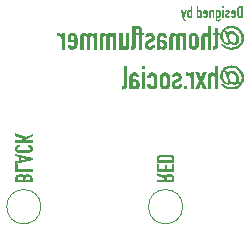
<source format=gbo>
%TF.GenerationSoftware,KiCad,Pcbnew,8.99.0-3110-g1838b2656d*%
%TF.CreationDate,2024-11-19T22:29:11+01:00*%
%TF.ProjectId,dmm_sao_front,646d6d5f-7361-46f5-9f66-726f6e742e6b,1.0*%
%TF.SameCoordinates,PX4dbaf29PY3d7cb27*%
%TF.FileFunction,Legend,Bot*%
%TF.FilePolarity,Positive*%
%FSLAX46Y46*%
G04 Gerber Fmt 4.6, Leading zero omitted, Abs format (unit mm)*
G04 Created by KiCad (PCBNEW 8.99.0-3110-g1838b2656d) date 2024-11-19 22:29:11*
%MOMM*%
%LPD*%
G01*
G04 APERTURE LIST*
%ADD10C,0.200000*%
%ADD11C,0.120000*%
G04 APERTURE END LIST*
D10*
G36*
X30527476Y-51056105D02*
G01*
X30329090Y-51056105D01*
X30265463Y-51051373D01*
X30213030Y-51038179D01*
X30169772Y-51017508D01*
X30134123Y-50989609D01*
X30106178Y-50954573D01*
X30085085Y-50910044D01*
X30071353Y-50853849D01*
X30066346Y-50783224D01*
X30066346Y-50317148D01*
X30066422Y-50316110D01*
X30209167Y-50316110D01*
X30209167Y-50798184D01*
X30212498Y-50840696D01*
X30221272Y-50871335D01*
X30234263Y-50893011D01*
X30253174Y-50908869D01*
X30280477Y-50919294D01*
X30319198Y-50923236D01*
X30384655Y-50923236D01*
X30384655Y-50192462D01*
X30319198Y-50192462D01*
X30278779Y-50196728D01*
X30251195Y-50207884D01*
X30232859Y-50224763D01*
X30215709Y-50261441D01*
X30209167Y-50316110D01*
X30066422Y-50316110D01*
X30070858Y-50255527D01*
X30083467Y-50204439D01*
X30103254Y-50162024D01*
X30129971Y-50126822D01*
X30163701Y-50098556D01*
X30204895Y-50077686D01*
X30255121Y-50064373D01*
X30316451Y-50059594D01*
X30527476Y-50059594D01*
X30527476Y-51056105D01*
G37*
G36*
X29782201Y-50340407D02*
G01*
X29819917Y-50349914D01*
X29852328Y-50365080D01*
X29893973Y-50397785D01*
X29924502Y-50439330D01*
X29937260Y-50468832D01*
X29945507Y-50503688D01*
X29951063Y-50583556D01*
X29951063Y-50817418D01*
X29945507Y-50897286D01*
X29937260Y-50932142D01*
X29924502Y-50961644D01*
X29893976Y-51003201D01*
X29852328Y-51035954D01*
X29819920Y-51051086D01*
X29782204Y-51060574D01*
X29738084Y-51063920D01*
X29690747Y-51059576D01*
X29649851Y-51047129D01*
X29613191Y-51027050D01*
X29582562Y-51000967D01*
X29551125Y-50959578D01*
X29531883Y-50910026D01*
X29525104Y-50849964D01*
X29667925Y-50849964D01*
X29673230Y-50873274D01*
X29684045Y-50897347D01*
X29695014Y-50909792D01*
X29712160Y-50917879D01*
X29738023Y-50920977D01*
X29767726Y-50916192D01*
X29789314Y-50902842D01*
X29803206Y-50881715D01*
X29808242Y-50851368D01*
X29808242Y-50755197D01*
X29525104Y-50755197D01*
X29525104Y-50560963D01*
X29667925Y-50560963D01*
X29667925Y-50641869D01*
X29808242Y-50641869D01*
X29808242Y-50560963D01*
X29803022Y-50524035D01*
X29789314Y-50500269D01*
X29767542Y-50485271D01*
X29738023Y-50479997D01*
X29708608Y-50485266D01*
X29686854Y-50500269D01*
X29673145Y-50524035D01*
X29667925Y-50560963D01*
X29525104Y-50560963D01*
X29525104Y-50558765D01*
X29531657Y-50497276D01*
X29550416Y-50445085D01*
X29581158Y-50400190D01*
X29611894Y-50374086D01*
X29649118Y-50353906D01*
X29690650Y-50341396D01*
X29738084Y-50337054D01*
X29782201Y-50340407D01*
G37*
G36*
X29163624Y-50543195D02*
G01*
X29169409Y-50510161D01*
X29185240Y-50488240D01*
X29208425Y-50474485D01*
X29234699Y-50469922D01*
X29264845Y-50475597D01*
X29286234Y-50491659D01*
X29299797Y-50515005D01*
X29304308Y-50541485D01*
X29301899Y-50560832D01*
X29294477Y-50580197D01*
X29279283Y-50596573D01*
X29243858Y-50614513D01*
X29159533Y-50648219D01*
X29109066Y-50672939D01*
X29073284Y-50701079D01*
X29049258Y-50732544D01*
X29032500Y-50769119D01*
X29022440Y-50807777D01*
X29019033Y-50849109D01*
X29023146Y-50892781D01*
X29035214Y-50932640D01*
X29054409Y-50969060D01*
X29079483Y-51000722D01*
X29110187Y-51026912D01*
X29146955Y-51047068D01*
X29187631Y-51059622D01*
X29232745Y-51063920D01*
X29288661Y-51057644D01*
X29336781Y-51039530D01*
X29378863Y-51009515D01*
X29405357Y-50980151D01*
X29426735Y-50943386D01*
X29440206Y-50901449D01*
X29444992Y-50850696D01*
X29311208Y-50850696D01*
X29303924Y-50879225D01*
X29290570Y-50905712D01*
X29277666Y-50919253D01*
X29259155Y-50927849D01*
X29232989Y-50931052D01*
X29203371Y-50926001D01*
X29176814Y-50910719D01*
X29158338Y-50886767D01*
X29151901Y-50853810D01*
X29155884Y-50826048D01*
X29167349Y-50803313D01*
X29187242Y-50784891D01*
X29223586Y-50766738D01*
X29292462Y-50741459D01*
X29335163Y-50721358D01*
X29370177Y-50696365D01*
X29398525Y-50666415D01*
X29419697Y-50631400D01*
X29432660Y-50591305D01*
X29437176Y-50544843D01*
X29432927Y-50501206D01*
X29420446Y-50461373D01*
X29400455Y-50425218D01*
X29374345Y-50394634D01*
X29344133Y-50369947D01*
X29308827Y-50351830D01*
X29270035Y-50340806D01*
X29227860Y-50337054D01*
X29185768Y-50340960D01*
X29147626Y-50352380D01*
X29113079Y-50370940D01*
X29084062Y-50395550D01*
X29060538Y-50425730D01*
X29042236Y-50461740D01*
X29030738Y-50501022D01*
X29026848Y-50543195D01*
X29163624Y-50543195D01*
G37*
G36*
X28929151Y-51056105D02*
G01*
X28929151Y-50344869D01*
X28786330Y-50344869D01*
X28786330Y-51056105D01*
X28929151Y-51056105D01*
G37*
G36*
X28929151Y-50202537D02*
G01*
X28929151Y-50059594D01*
X28786330Y-50059594D01*
X28786330Y-50202537D01*
X28929151Y-50202537D01*
G37*
G36*
X28569034Y-50344182D02*
G01*
X28599546Y-50357204D01*
X28632226Y-50384425D01*
X28653821Y-50418844D01*
X28665064Y-50462289D01*
X28669277Y-50575740D01*
X28669277Y-50846239D01*
X28663720Y-50940089D01*
X28656063Y-50973369D01*
X28645524Y-50998891D01*
X28625058Y-51027973D01*
X28598519Y-51048577D01*
X28564703Y-51061510D01*
X28521449Y-51066180D01*
X28480144Y-51061303D01*
X28445367Y-51047312D01*
X28415239Y-51024722D01*
X28388886Y-50993334D01*
X28386138Y-50993334D01*
X28386138Y-51133224D01*
X28390234Y-51164650D01*
X28401587Y-51188484D01*
X28420959Y-51204325D01*
X28452084Y-51210161D01*
X28484967Y-51204247D01*
X28507527Y-51187812D01*
X28521903Y-51164292D01*
X28526456Y-51140246D01*
X28669277Y-51140246D01*
X28657971Y-51199721D01*
X28640639Y-51243133D01*
X28616230Y-51279648D01*
X28588249Y-51306881D01*
X28557311Y-51328499D01*
X28524013Y-51342540D01*
X28489258Y-51350546D01*
X28456969Y-51353104D01*
X28403637Y-51348101D01*
X28360676Y-51334175D01*
X28323237Y-51311980D01*
X28293570Y-51284411D01*
X28270699Y-51252981D01*
X28255224Y-51217793D01*
X28246246Y-51180536D01*
X28243317Y-51144215D01*
X28243317Y-50570000D01*
X28386138Y-50570000D01*
X28386138Y-50846178D01*
X28391341Y-50877296D01*
X28406288Y-50901560D01*
X28428931Y-50917773D01*
X28456969Y-50923236D01*
X28482499Y-50920023D01*
X28500085Y-50911470D01*
X28511923Y-50898018D01*
X28522690Y-50871226D01*
X28526456Y-50839156D01*
X28526456Y-50578365D01*
X28521931Y-50537687D01*
X28509786Y-50508329D01*
X28496743Y-50493686D01*
X28479594Y-50484822D01*
X28456969Y-50481645D01*
X28428095Y-50487815D01*
X28405617Y-50506192D01*
X28391294Y-50533496D01*
X28386138Y-50570000D01*
X28243317Y-50570000D01*
X28243317Y-50346823D01*
X28386138Y-50346823D01*
X28386138Y-50411426D01*
X28412639Y-50382910D01*
X28440543Y-50359890D01*
X28474737Y-50344625D01*
X28520044Y-50339008D01*
X28569034Y-50344182D01*
G37*
G36*
X28125104Y-51056105D02*
G01*
X28125104Y-50344869D01*
X27982283Y-50344869D01*
X27982283Y-50413868D01*
X27979535Y-50413868D01*
X27954802Y-50383177D01*
X27925863Y-50358730D01*
X27891326Y-50342820D01*
X27845568Y-50337054D01*
X27819299Y-50339296D01*
X27792628Y-50346152D01*
X27767687Y-50358134D01*
X27745184Y-50376316D01*
X27726710Y-50399729D01*
X27711723Y-50430293D01*
X27702541Y-50465308D01*
X27699144Y-50510832D01*
X27699144Y-51056105D01*
X27841965Y-51056105D01*
X27841965Y-50564138D01*
X27846856Y-50527851D01*
X27860039Y-50502467D01*
X27881436Y-50485833D01*
X27911452Y-50479997D01*
X27936960Y-50483197D01*
X27954787Y-50491762D01*
X27967018Y-50505276D01*
X27977965Y-50533801D01*
X27982283Y-50578121D01*
X27982283Y-51056105D01*
X28125104Y-51056105D01*
G37*
G36*
X27423792Y-50340407D02*
G01*
X27461508Y-50349914D01*
X27493919Y-50365080D01*
X27535564Y-50397785D01*
X27566093Y-50439330D01*
X27578851Y-50468832D01*
X27587098Y-50503688D01*
X27592654Y-50583556D01*
X27592654Y-50817418D01*
X27587098Y-50897286D01*
X27578851Y-50932142D01*
X27566093Y-50961644D01*
X27535567Y-51003201D01*
X27493919Y-51035954D01*
X27461512Y-51051086D01*
X27423795Y-51060574D01*
X27379675Y-51063920D01*
X27332338Y-51059576D01*
X27291442Y-51047129D01*
X27254782Y-51027050D01*
X27224153Y-51000967D01*
X27192716Y-50959578D01*
X27173475Y-50910026D01*
X27166695Y-50849964D01*
X27309516Y-50849964D01*
X27314821Y-50873274D01*
X27325636Y-50897347D01*
X27336605Y-50909792D01*
X27353752Y-50917879D01*
X27379614Y-50920977D01*
X27409317Y-50916192D01*
X27430905Y-50902842D01*
X27444798Y-50881715D01*
X27449833Y-50851368D01*
X27449833Y-50755197D01*
X27166695Y-50755197D01*
X27166695Y-50560963D01*
X27309516Y-50560963D01*
X27309516Y-50641869D01*
X27449833Y-50641869D01*
X27449833Y-50560963D01*
X27444613Y-50524035D01*
X27430905Y-50500269D01*
X27409133Y-50485271D01*
X27379614Y-50479997D01*
X27350200Y-50485266D01*
X27328445Y-50500269D01*
X27314736Y-50524035D01*
X27309516Y-50560963D01*
X27166695Y-50560963D01*
X27166695Y-50558765D01*
X27173248Y-50497276D01*
X27192007Y-50445085D01*
X27222749Y-50400190D01*
X27253486Y-50374086D01*
X27290709Y-50353906D01*
X27332241Y-50341396D01*
X27379675Y-50337054D01*
X27423792Y-50340407D01*
G37*
G36*
X26781402Y-50409899D02*
G01*
X26807888Y-50378533D01*
X26838188Y-50355982D01*
X26872957Y-50341904D01*
X26913171Y-50337054D01*
X26962403Y-50342227D01*
X26993099Y-50355250D01*
X27025935Y-50382452D01*
X27047624Y-50416851D01*
X27058923Y-50460274D01*
X27063136Y-50573725D01*
X27063136Y-50844041D01*
X27057579Y-50937891D01*
X27049927Y-50971126D01*
X27039383Y-50996692D01*
X27018921Y-51025744D01*
X26992384Y-51046330D01*
X26958567Y-51059254D01*
X26915308Y-51063920D01*
X26869268Y-51058364D01*
X26834402Y-51043038D01*
X26806498Y-51020140D01*
X26779997Y-50991624D01*
X26779997Y-51056105D01*
X26637176Y-51056105D01*
X26637176Y-50557116D01*
X26779997Y-50557116D01*
X26779997Y-50833233D01*
X26785153Y-50869737D01*
X26799476Y-50897041D01*
X26821949Y-50915370D01*
X26850828Y-50921527D01*
X26873459Y-50918356D01*
X26890607Y-50909510D01*
X26903645Y-50894904D01*
X26915789Y-50865538D01*
X26920315Y-50824807D01*
X26920315Y-50564138D01*
X26916549Y-50532069D01*
X26905782Y-50505276D01*
X26893939Y-50491788D01*
X26876352Y-50483216D01*
X26850828Y-50479997D01*
X26822795Y-50485473D01*
X26800147Y-50501734D01*
X26785200Y-50525998D01*
X26779997Y-50557116D01*
X26637176Y-50557116D01*
X26637176Y-50059594D01*
X26781402Y-50059594D01*
X26781402Y-50409899D01*
G37*
G36*
X26259088Y-51056105D02*
G01*
X26116267Y-51056105D01*
X26116267Y-50991380D01*
X26088947Y-51020093D01*
X26061923Y-51042976D01*
X26029950Y-51058089D01*
X25980957Y-51063920D01*
X25938460Y-51059305D01*
X25904799Y-51046451D01*
X25877976Y-51025859D01*
X25856882Y-50996692D01*
X25846338Y-50971126D01*
X25838685Y-50937891D01*
X25833129Y-50844041D01*
X25833129Y-50573725D01*
X25833490Y-50564016D01*
X25975950Y-50564016D01*
X25975950Y-50824379D01*
X25980474Y-50865057D01*
X25992620Y-50894416D01*
X26005653Y-50908985D01*
X26022801Y-50917812D01*
X26045437Y-50920977D01*
X26074327Y-50914823D01*
X26096850Y-50896492D01*
X26111126Y-50869252D01*
X26116267Y-50832805D01*
X26116267Y-50556994D01*
X26111065Y-50525939D01*
X26096117Y-50501734D01*
X26073470Y-50485473D01*
X26045437Y-50479997D01*
X26019909Y-50483211D01*
X26002346Y-50491765D01*
X25990543Y-50505215D01*
X25979729Y-50532003D01*
X25975950Y-50564016D01*
X25833490Y-50564016D01*
X25837342Y-50460274D01*
X25844342Y-50426134D01*
X25855477Y-50401473D01*
X25876181Y-50375945D01*
X25902189Y-50355250D01*
X25934316Y-50342121D01*
X25982361Y-50337054D01*
X26022442Y-50341905D01*
X26057039Y-50355982D01*
X26087164Y-50378524D01*
X26113520Y-50409899D01*
X26116267Y-50409899D01*
X26116267Y-50059594D01*
X26259088Y-50059594D01*
X26259088Y-51056105D01*
G37*
G36*
X25790020Y-50346823D02*
G01*
X25638834Y-50346823D01*
X25540831Y-50790857D01*
X25538023Y-50790857D01*
X25441424Y-50346823D01*
X25294390Y-50346823D01*
X25498822Y-51181218D01*
X25512866Y-51226127D01*
X25530329Y-51259742D01*
X25552510Y-51288160D01*
X25577223Y-51310239D01*
X25604930Y-51326966D01*
X25633949Y-51337533D01*
X25664397Y-51343331D01*
X25696231Y-51345288D01*
X25735432Y-51345288D01*
X25735432Y-51212420D01*
X25703192Y-51212420D01*
X25666800Y-51206802D01*
X25652764Y-51198252D01*
X25638834Y-51181523D01*
X25628648Y-51159599D01*
X25617829Y-51126019D01*
X25595420Y-51026917D01*
X25790020Y-50346823D01*
G37*
G36*
X23931630Y-64440279D02*
G01*
X23974739Y-64376923D01*
X24024222Y-64329687D01*
X24080649Y-64296390D01*
X24143512Y-64274463D01*
X24217705Y-64260444D01*
X24305230Y-64255449D01*
X24433568Y-64264985D01*
X24532671Y-64290837D01*
X24608608Y-64330145D01*
X24666010Y-64381975D01*
X24707654Y-64447434D01*
X24734115Y-64529512D01*
X24743677Y-64632712D01*
X24743677Y-64976453D01*
X23248911Y-64976453D01*
X23248911Y-64762222D01*
X23887850Y-64762222D01*
X23887850Y-64641047D01*
X24075428Y-64641047D01*
X24075428Y-64762222D01*
X24544375Y-64762222D01*
X24544375Y-64651488D01*
X24536568Y-64580320D01*
X24516205Y-64532366D01*
X24485298Y-64501004D01*
X24451424Y-64485563D01*
X24410194Y-64475908D01*
X24309901Y-64469680D01*
X24209609Y-64475908D01*
X24168542Y-64485146D01*
X24136703Y-64498898D01*
X24110768Y-64521166D01*
X24091274Y-64551196D01*
X24079844Y-64587887D01*
X24075428Y-64641047D01*
X23887850Y-64641047D01*
X23887850Y-64634727D01*
X23248911Y-64436066D01*
X23248911Y-64209287D01*
X23931630Y-64440279D01*
G37*
G36*
X23248911Y-64082525D02*
G01*
X24743677Y-64082525D01*
X24743677Y-63443585D01*
X24544375Y-63443585D01*
X24544375Y-63868293D01*
X24104737Y-63868293D01*
X24104737Y-63499273D01*
X23905435Y-63499273D01*
X23905435Y-63868293D01*
X23463325Y-63868293D01*
X23463325Y-63443585D01*
X23248911Y-63443585D01*
X23248911Y-64082525D01*
G37*
G36*
X24449777Y-62620904D02*
G01*
X24526408Y-62639818D01*
X24590032Y-62669499D01*
X24642835Y-62709574D01*
X24685234Y-62760169D01*
X24716539Y-62821961D01*
X24736507Y-62897300D01*
X24743677Y-62989294D01*
X24743677Y-63305832D01*
X23248911Y-63305832D01*
X23248911Y-63008253D01*
X23250014Y-62993415D01*
X23448213Y-62993415D01*
X23448213Y-63091601D01*
X24544375Y-63091601D01*
X24544375Y-62993415D01*
X24537975Y-62932786D01*
X24521242Y-62891411D01*
X24495923Y-62863905D01*
X24440906Y-62838181D01*
X24358903Y-62828368D01*
X23635791Y-62828368D01*
X23572023Y-62833365D01*
X23526064Y-62846525D01*
X23493550Y-62866012D01*
X23469764Y-62894379D01*
X23454127Y-62935333D01*
X23448213Y-62993415D01*
X23250014Y-62993415D01*
X23256008Y-62912812D01*
X23275799Y-62834163D01*
X23306806Y-62769276D01*
X23348653Y-62715803D01*
X23401208Y-62673885D01*
X23468002Y-62642245D01*
X23552293Y-62621648D01*
X23658231Y-62614137D01*
X24357346Y-62614137D01*
X24449777Y-62620904D01*
G37*
G36*
X29728732Y-51718545D02*
G01*
X29865373Y-51744836D01*
X29995603Y-51788282D01*
X30119388Y-51847813D01*
X30230845Y-51919738D01*
X30331070Y-52004315D01*
X30421499Y-52101132D01*
X30498049Y-52207975D01*
X30561269Y-52325738D01*
X30607829Y-52450602D01*
X30635907Y-52581571D01*
X30645411Y-52720068D01*
X30635991Y-52864262D01*
X30608288Y-52999448D01*
X30562613Y-53127099D01*
X30500121Y-53247531D01*
X30424972Y-53354682D01*
X30336810Y-53449744D01*
X30236465Y-53534299D01*
X30125049Y-53605805D01*
X30001465Y-53664555D01*
X29871378Y-53707173D01*
X29734769Y-53732984D01*
X29590404Y-53741736D01*
X29448660Y-53733600D01*
X29311234Y-53709374D01*
X29178559Y-53669478D01*
X29054535Y-53615218D01*
X28941342Y-53546384D01*
X28837037Y-53463421D01*
X28745241Y-53367484D01*
X28670097Y-53260822D01*
X28888084Y-53260822D01*
X28943048Y-53317162D01*
X29012647Y-53374028D01*
X29089944Y-53424295D01*
X29176290Y-53467573D01*
X29267830Y-53502516D01*
X29366433Y-53530344D01*
X29467422Y-53548239D01*
X29567934Y-53554158D01*
X29689630Y-53546748D01*
X29801994Y-53525121D01*
X29906332Y-53489800D01*
X30051554Y-53413244D01*
X30177686Y-53313456D01*
X30250144Y-53236300D01*
X30311059Y-53150286D01*
X30360868Y-53054559D01*
X30397209Y-52952983D01*
X30419144Y-52846527D01*
X30426569Y-52734112D01*
X30419436Y-52627122D01*
X30398110Y-52522924D01*
X30362333Y-52420626D01*
X30313552Y-52323625D01*
X30253118Y-52234290D01*
X30180495Y-52151959D01*
X30054367Y-52046688D01*
X29910606Y-51965846D01*
X29807022Y-51927927D01*
X29697835Y-51904994D01*
X29581855Y-51897214D01*
X29433985Y-51909292D01*
X29296580Y-51944841D01*
X29169366Y-52003136D01*
X29058809Y-52081617D01*
X28965799Y-52179438D01*
X28893701Y-52294109D01*
X28859705Y-52377963D01*
X28839143Y-52467045D01*
X28832152Y-52562532D01*
X28840390Y-52662982D01*
X28865857Y-52767940D01*
X28905257Y-52869370D01*
X28955372Y-52962113D01*
X29015685Y-53044973D01*
X29078593Y-53107559D01*
X29147956Y-53150339D01*
X29212927Y-53163369D01*
X29244837Y-53157277D01*
X29263363Y-53141021D01*
X29273506Y-53116388D01*
X29277285Y-53082280D01*
X29270324Y-53029280D01*
X29249319Y-52956373D01*
X29128451Y-52574988D01*
X29358495Y-52574988D01*
X29366447Y-52660082D01*
X29392079Y-52757071D01*
X29431540Y-52851349D01*
X29481716Y-52936223D01*
X29542768Y-53013839D01*
X29611775Y-53076174D01*
X29688699Y-53118727D01*
X29764305Y-53132106D01*
X29832625Y-53124585D01*
X29888137Y-53103401D01*
X29933687Y-53069091D01*
X29967497Y-53023310D01*
X29988921Y-52964434D01*
X29996702Y-52888596D01*
X29988650Y-52801313D01*
X29963118Y-52705292D01*
X29923040Y-52612321D01*
X29870673Y-52527483D01*
X29808729Y-52453240D01*
X29736339Y-52394492D01*
X29654271Y-52355602D01*
X29565613Y-52342713D01*
X29501681Y-52350731D01*
X29451486Y-52373194D01*
X29411740Y-52409880D01*
X29372261Y-52483344D01*
X29358495Y-52574988D01*
X29128451Y-52574988D01*
X29005686Y-52187619D01*
X29182152Y-52187619D01*
X29238084Y-52359566D01*
X29243701Y-52359566D01*
X29278682Y-52285776D01*
X29323043Y-52230381D01*
X29377058Y-52190305D01*
X29470757Y-52152016D01*
X29566590Y-52139503D01*
X29665754Y-52147438D01*
X29755479Y-52170521D01*
X29837456Y-52208379D01*
X29947922Y-52287281D01*
X30040788Y-52386555D01*
X30117708Y-52502501D01*
X30175610Y-52633606D01*
X30211586Y-52772063D01*
X30223359Y-52908624D01*
X30210784Y-53022341D01*
X30174345Y-53121369D01*
X30113816Y-53209042D01*
X30055410Y-53261462D01*
X29986077Y-53301610D01*
X29908675Y-53326690D01*
X29821580Y-53335316D01*
X29759132Y-53331208D01*
X29706541Y-53319684D01*
X29613729Y-53278285D01*
X29542166Y-53221255D01*
X29478907Y-53155553D01*
X29473289Y-53155553D01*
X29449691Y-53237345D01*
X29405878Y-53291108D01*
X29342603Y-53323423D01*
X29254081Y-53335316D01*
X29163216Y-53322143D01*
X29053192Y-53277797D01*
X28947086Y-53210028D01*
X28843753Y-53116352D01*
X28754721Y-53006179D01*
X28679378Y-52870644D01*
X28643139Y-52772300D01*
X28620935Y-52665644D01*
X28613310Y-52549220D01*
X28621997Y-52427444D01*
X28647405Y-52315174D01*
X28689148Y-52210822D01*
X28746007Y-52113599D01*
X28815910Y-52025377D01*
X28899685Y-51945452D01*
X28993144Y-51876850D01*
X29096605Y-51818856D01*
X29211095Y-51771429D01*
X29330349Y-51737283D01*
X29454505Y-51716622D01*
X29584420Y-51709636D01*
X29728732Y-51718545D01*
G37*
G36*
X28433914Y-52303634D02*
G01*
X28433914Y-51873767D01*
X28148272Y-51873767D01*
X28148272Y-52303634D01*
X27976325Y-52303634D01*
X27976325Y-52530292D01*
X28148272Y-52530292D01*
X28148272Y-53319929D01*
X28138747Y-53398575D01*
X28125878Y-53423529D01*
X28107361Y-53440829D01*
X28054116Y-53457559D01*
X27976325Y-53460368D01*
X27976325Y-53726105D01*
X28092829Y-53726105D01*
X28184947Y-53717811D01*
X28255006Y-53695330D01*
X28314659Y-53659558D01*
X28359054Y-53616928D01*
X28392620Y-53566304D01*
X28415962Y-53509095D01*
X28429556Y-53449017D01*
X28433914Y-53392835D01*
X28433914Y-52530292D01*
X28578139Y-52530292D01*
X28578139Y-52303634D01*
X28433914Y-52303634D01*
G37*
G36*
X27866904Y-53726105D02*
G01*
X27866904Y-51733083D01*
X27581262Y-51733083D01*
X27581262Y-52442120D01*
X27575767Y-52442120D01*
X27526290Y-52380512D01*
X27468422Y-52331478D01*
X27399340Y-52299564D01*
X27307832Y-52288003D01*
X27255295Y-52292488D01*
X27201953Y-52306199D01*
X27152070Y-52330163D01*
X27107065Y-52366527D01*
X27070117Y-52413354D01*
X27040142Y-52474482D01*
X27021778Y-52544511D01*
X27014985Y-52635560D01*
X27014985Y-53726105D01*
X27300627Y-53726105D01*
X27300627Y-52742172D01*
X27310409Y-52669597D01*
X27336775Y-52618830D01*
X27379569Y-52585561D01*
X27439601Y-52573889D01*
X27490617Y-52580289D01*
X27526270Y-52597419D01*
X27550732Y-52624447D01*
X27572627Y-52681498D01*
X27581262Y-52770138D01*
X27581262Y-53726105D01*
X27866904Y-53726105D01*
G37*
G36*
X26464280Y-52294709D02*
G01*
X26539712Y-52313724D01*
X26604535Y-52344056D01*
X26687825Y-52409465D01*
X26748883Y-52492556D01*
X26774398Y-52551559D01*
X26790892Y-52621272D01*
X26802005Y-52781007D01*
X26802005Y-53248732D01*
X26790892Y-53408467D01*
X26774398Y-53478179D01*
X26748883Y-53537183D01*
X26687831Y-53620298D01*
X26604535Y-53685804D01*
X26539720Y-53716068D01*
X26464287Y-53735043D01*
X26376046Y-53741736D01*
X26287888Y-53735043D01*
X26212537Y-53716068D01*
X26147801Y-53685804D01*
X26064405Y-53620290D01*
X26003331Y-53537183D01*
X25977816Y-53478179D01*
X25961322Y-53408467D01*
X25950086Y-53248732D01*
X25950086Y-52781007D01*
X25953230Y-52736310D01*
X26235728Y-52736310D01*
X26235728Y-53293550D01*
X26246172Y-53367642D01*
X26273586Y-53415305D01*
X26317096Y-53445311D01*
X26375924Y-53455850D01*
X26434963Y-53445301D01*
X26478506Y-53415305D01*
X26505919Y-53367642D01*
X26516363Y-53293550D01*
X26516363Y-52736310D01*
X26505919Y-52662219D01*
X26478506Y-52614555D01*
X26434952Y-52584465D01*
X26375924Y-52573889D01*
X26317106Y-52584455D01*
X26273586Y-52614555D01*
X26246172Y-52662219D01*
X26235728Y-52736310D01*
X25953230Y-52736310D01*
X25961322Y-52621272D01*
X25977816Y-52551559D01*
X26003331Y-52492556D01*
X26064410Y-52409474D01*
X26147801Y-52344056D01*
X26212545Y-52313724D01*
X26287895Y-52294709D01*
X26376046Y-52288003D01*
X26464280Y-52294709D01*
G37*
G36*
X25742968Y-53726105D02*
G01*
X25742968Y-52303634D01*
X25457326Y-52303634D01*
X25457326Y-52441631D01*
X25451831Y-52441631D01*
X25402365Y-52380249D01*
X25344486Y-52331356D01*
X25275518Y-52299539D01*
X25184019Y-52288003D01*
X25097854Y-52299730D01*
X25030756Y-52332699D01*
X24974029Y-52380244D01*
X24930250Y-52430274D01*
X24874145Y-52375668D01*
X24813014Y-52329890D01*
X24740996Y-52299609D01*
X24634472Y-52288003D01*
X24581451Y-52292438D01*
X24525662Y-52306199D01*
X24472909Y-52330212D01*
X24425156Y-52366527D01*
X24385372Y-52413485D01*
X24352616Y-52474482D01*
X24332260Y-52544680D01*
X24324772Y-52635560D01*
X24324772Y-53726105D01*
X24610414Y-53726105D01*
X24610414Y-52742172D01*
X24620196Y-52669597D01*
X24646562Y-52618830D01*
X24689273Y-52585571D01*
X24749389Y-52573889D01*
X24800404Y-52580289D01*
X24836057Y-52597419D01*
X24860519Y-52624447D01*
X24882415Y-52681498D01*
X24891049Y-52770138D01*
X24891049Y-53726105D01*
X25176691Y-53726105D01*
X25176691Y-52742172D01*
X25186473Y-52669597D01*
X25212839Y-52618830D01*
X25255633Y-52585561D01*
X25315666Y-52573889D01*
X25366681Y-52580289D01*
X25402334Y-52597419D01*
X25426796Y-52624447D01*
X25448692Y-52681498D01*
X25457326Y-52770138D01*
X25457326Y-53726105D01*
X25742968Y-53726105D01*
G37*
G36*
X23781693Y-52296354D02*
G01*
X23863642Y-52320243D01*
X23937109Y-52358805D01*
X23998220Y-52408536D01*
X24063922Y-52493309D01*
X24107073Y-52594663D01*
X24127302Y-52716771D01*
X23850086Y-52716771D01*
X23827105Y-52653785D01*
X23789514Y-52610281D01*
X23740334Y-52582881D01*
X23686810Y-52573889D01*
X23634731Y-52580018D01*
X23598666Y-52596274D01*
X23574214Y-52621516D01*
X23551452Y-52673551D01*
X23543195Y-52742050D01*
X23543195Y-52890428D01*
X23585327Y-52887619D01*
X23619033Y-52884810D01*
X23649929Y-52882001D01*
X23680704Y-52882001D01*
X23809187Y-52890125D01*
X23902599Y-52911432D01*
X23982002Y-52949164D01*
X24040229Y-52999726D01*
X24084556Y-53067388D01*
X24113258Y-53152378D01*
X24127665Y-53247115D01*
X24132920Y-53363648D01*
X24124791Y-53475286D01*
X24103488Y-53555501D01*
X24068109Y-53622845D01*
X24026185Y-53668952D01*
X23976404Y-53704783D01*
X23926534Y-53726227D01*
X23824074Y-53741736D01*
X23727641Y-53730256D01*
X23662508Y-53700093D01*
X23607483Y-53651640D01*
X23548813Y-53580536D01*
X23543195Y-53580536D01*
X23543195Y-53725005D01*
X23257553Y-53725005D01*
X23257553Y-53117085D01*
X23543195Y-53117085D01*
X23543195Y-53309915D01*
X23554301Y-53389564D01*
X23584106Y-53444126D01*
X23631820Y-53479263D01*
X23698045Y-53491631D01*
X23761358Y-53478732D01*
X23807832Y-53441317D01*
X23836812Y-53385224D01*
X23847278Y-53309915D01*
X23838750Y-53236741D01*
X23816172Y-53186184D01*
X23781210Y-53152012D01*
X23709943Y-53119940D01*
X23622086Y-53108659D01*
X23543195Y-53117085D01*
X23257553Y-53117085D01*
X23257553Y-52736188D01*
X23266441Y-52628554D01*
X23291259Y-52540183D01*
X23331297Y-52461903D01*
X23381018Y-52399988D01*
X23444678Y-52351176D01*
X23518527Y-52316091D01*
X23599107Y-52295151D01*
X23686810Y-52288003D01*
X23781693Y-52296354D01*
G37*
G36*
X22534594Y-52700285D02*
G01*
X22546163Y-52634218D01*
X22577825Y-52590375D01*
X22624195Y-52562866D01*
X22676744Y-52553739D01*
X22737036Y-52565089D01*
X22779814Y-52597214D01*
X22806940Y-52643905D01*
X22815962Y-52696865D01*
X22811144Y-52735559D01*
X22796301Y-52774290D01*
X22765912Y-52807041D01*
X22695062Y-52842922D01*
X22526412Y-52910333D01*
X22425478Y-52959774D01*
X22353914Y-53016053D01*
X22305861Y-53078983D01*
X22272345Y-53152134D01*
X22252226Y-53229450D01*
X22245411Y-53312113D01*
X22253637Y-53399457D01*
X22277773Y-53479175D01*
X22316164Y-53552016D01*
X22366311Y-53615340D01*
X22427720Y-53667720D01*
X22501255Y-53708031D01*
X22582607Y-53733139D01*
X22672836Y-53741736D01*
X22784668Y-53729183D01*
X22880907Y-53692956D01*
X22965072Y-53632926D01*
X23018060Y-53574198D01*
X23060816Y-53500668D01*
X23087758Y-53416793D01*
X23097330Y-53315288D01*
X22829762Y-53315288D01*
X22815193Y-53372345D01*
X22788485Y-53425319D01*
X22762679Y-53452402D01*
X22725656Y-53469594D01*
X22673324Y-53476000D01*
X22614088Y-53465897D01*
X22560973Y-53435333D01*
X22524022Y-53387430D01*
X22511147Y-53321516D01*
X22519113Y-53265992D01*
X22542044Y-53220522D01*
X22581830Y-53183678D01*
X22654518Y-53147371D01*
X22792271Y-53096813D01*
X22877671Y-53056611D01*
X22947700Y-53006625D01*
X23004395Y-52946726D01*
X23046739Y-52876695D01*
X23072665Y-52796506D01*
X23081698Y-52703582D01*
X23073200Y-52616307D01*
X23048237Y-52536642D01*
X23008256Y-52464331D01*
X22956035Y-52403163D01*
X22895611Y-52353790D01*
X22824999Y-52317556D01*
X22747416Y-52295508D01*
X22663066Y-52288003D01*
X22578881Y-52295815D01*
X22502599Y-52318655D01*
X22433505Y-52355776D01*
X22375470Y-52404995D01*
X22328422Y-52465356D01*
X22291817Y-52537375D01*
X22268821Y-52615940D01*
X22261042Y-52700285D01*
X22534594Y-52700285D01*
G37*
G36*
X22026569Y-53726105D02*
G01*
X22026569Y-52530292D01*
X22167253Y-52530292D01*
X22167253Y-52303634D01*
X22026569Y-52303634D01*
X22026569Y-52111537D01*
X22018265Y-52013392D01*
X21995673Y-51937636D01*
X21958740Y-51871989D01*
X21911409Y-51819301D01*
X21856855Y-51778968D01*
X21794783Y-51752622D01*
X21727817Y-51737992D01*
X21658373Y-51733083D01*
X21526360Y-51733083D01*
X21526360Y-51998819D01*
X21656175Y-51998819D01*
X21703130Y-52009613D01*
X21730379Y-52039795D01*
X21740927Y-52096638D01*
X21740927Y-52303634D01*
X21526360Y-52303634D01*
X21526360Y-52530292D01*
X21740927Y-52530292D01*
X21740927Y-53726105D01*
X22026569Y-53726105D01*
G37*
G36*
X21459926Y-51733083D02*
G01*
X21174284Y-51733083D01*
X21174284Y-53327989D01*
X21165526Y-53401280D01*
X21144853Y-53438753D01*
X21107276Y-53461173D01*
X21033966Y-53476610D01*
X21033966Y-53745644D01*
X21129495Y-53741557D01*
X21210554Y-53730135D01*
X21284259Y-53706989D01*
X21345010Y-53669929D01*
X21393526Y-53620377D01*
X21430495Y-53550860D01*
X21451719Y-53467105D01*
X21459926Y-53347528D01*
X21459926Y-51733083D01*
G37*
G36*
X20072626Y-52303634D02*
G01*
X20072626Y-53726105D01*
X20358268Y-53726105D01*
X20358268Y-53588107D01*
X20363764Y-53588107D01*
X20413261Y-53649581D01*
X20471231Y-53698505D01*
X20540190Y-53730230D01*
X20631698Y-53741736D01*
X20684235Y-53737251D01*
X20737578Y-53723540D01*
X20787473Y-53699506D01*
X20832466Y-53663212D01*
X20869447Y-53616407D01*
X20899511Y-53555379D01*
X20917785Y-53485236D01*
X20924546Y-53394056D01*
X20924546Y-52303634D01*
X20638904Y-52303634D01*
X20638904Y-53287689D01*
X20629122Y-53360264D01*
X20602756Y-53411031D01*
X20559973Y-53444205D01*
X20499929Y-53455850D01*
X20448902Y-53449462D01*
X20413250Y-53432369D01*
X20388799Y-53405414D01*
X20366906Y-53348349D01*
X20358268Y-53259601D01*
X20358268Y-52303634D01*
X20072626Y-52303634D01*
G37*
G36*
X19836199Y-53726105D02*
G01*
X19836199Y-52303634D01*
X19550557Y-52303634D01*
X19550557Y-52441631D01*
X19545062Y-52441631D01*
X19495595Y-52380249D01*
X19437717Y-52331356D01*
X19368749Y-52299539D01*
X19277250Y-52288003D01*
X19191085Y-52299730D01*
X19123987Y-52332699D01*
X19067260Y-52380244D01*
X19023481Y-52430274D01*
X18967376Y-52375668D01*
X18906245Y-52329890D01*
X18834227Y-52299609D01*
X18727703Y-52288003D01*
X18674682Y-52292438D01*
X18618893Y-52306199D01*
X18566140Y-52330212D01*
X18518387Y-52366527D01*
X18478603Y-52413485D01*
X18445847Y-52474482D01*
X18425491Y-52544680D01*
X18418003Y-52635560D01*
X18418003Y-53726105D01*
X18703645Y-53726105D01*
X18703645Y-52742172D01*
X18713427Y-52669597D01*
X18739793Y-52618830D01*
X18782504Y-52585571D01*
X18842620Y-52573889D01*
X18893635Y-52580289D01*
X18929288Y-52597419D01*
X18953750Y-52624447D01*
X18975646Y-52681498D01*
X18984280Y-52770138D01*
X18984280Y-53726105D01*
X19269922Y-53726105D01*
X19269922Y-52742172D01*
X19279704Y-52669597D01*
X19306070Y-52618830D01*
X19348864Y-52585561D01*
X19408897Y-52573889D01*
X19459912Y-52580289D01*
X19495565Y-52597419D01*
X19520027Y-52624447D01*
X19541923Y-52681498D01*
X19550557Y-52770138D01*
X19550557Y-53726105D01*
X19836199Y-53726105D01*
G37*
G36*
X18179256Y-53726105D02*
G01*
X18179256Y-52303634D01*
X17893614Y-52303634D01*
X17893614Y-52441631D01*
X17888118Y-52441631D01*
X17838652Y-52380249D01*
X17780774Y-52331356D01*
X17711805Y-52299539D01*
X17620306Y-52288003D01*
X17534141Y-52299730D01*
X17467044Y-52332699D01*
X17410316Y-52380244D01*
X17366538Y-52430274D01*
X17310433Y-52375668D01*
X17249301Y-52329890D01*
X17177283Y-52299609D01*
X17070760Y-52288003D01*
X17017739Y-52292438D01*
X16961950Y-52306199D01*
X16909196Y-52330212D01*
X16861444Y-52366527D01*
X16821659Y-52413485D01*
X16788904Y-52474482D01*
X16768548Y-52544680D01*
X16761060Y-52635560D01*
X16761060Y-53726105D01*
X17046702Y-53726105D01*
X17046702Y-52742172D01*
X17056484Y-52669597D01*
X17082850Y-52618830D01*
X17125560Y-52585571D01*
X17185676Y-52573889D01*
X17236691Y-52580289D01*
X17272345Y-52597419D01*
X17296807Y-52624447D01*
X17318702Y-52681498D01*
X17327337Y-52770138D01*
X17327337Y-53726105D01*
X17612979Y-53726105D01*
X17612979Y-52742172D01*
X17622761Y-52669597D01*
X17649127Y-52618830D01*
X17691920Y-52585561D01*
X17751953Y-52573889D01*
X17802968Y-52580289D01*
X17838622Y-52597419D01*
X17863084Y-52624447D01*
X17884979Y-52681498D01*
X17893614Y-52770138D01*
X17893614Y-53726105D01*
X18179256Y-53726105D01*
G37*
G36*
X16208035Y-52294709D02*
G01*
X16283466Y-52313724D01*
X16348289Y-52344056D01*
X16431580Y-52409465D01*
X16492637Y-52492556D01*
X16518152Y-52551559D01*
X16534647Y-52621272D01*
X16545760Y-52781007D01*
X16545760Y-53248732D01*
X16534647Y-53408467D01*
X16518152Y-53478179D01*
X16492637Y-53537183D01*
X16431585Y-53620298D01*
X16348289Y-53685804D01*
X16283474Y-53716068D01*
X16208042Y-53735043D01*
X16119800Y-53741736D01*
X16025127Y-53733047D01*
X15943335Y-53708153D01*
X15870015Y-53667996D01*
X15808757Y-53615829D01*
X15745883Y-53533052D01*
X15707400Y-53433948D01*
X15693841Y-53313823D01*
X15979483Y-53313823D01*
X15990093Y-53360443D01*
X16011723Y-53408589D01*
X16033660Y-53433479D01*
X16067954Y-53449654D01*
X16119678Y-53455850D01*
X16179086Y-53446279D01*
X16222260Y-53419580D01*
X16250046Y-53377326D01*
X16260118Y-53316631D01*
X16260118Y-53124290D01*
X15693841Y-53124290D01*
X15693841Y-52735822D01*
X15979483Y-52735822D01*
X15979483Y-52897633D01*
X16260118Y-52897633D01*
X16260118Y-52735822D01*
X16249677Y-52661965D01*
X16222260Y-52614433D01*
X16178717Y-52584438D01*
X16119678Y-52573889D01*
X16060850Y-52584427D01*
X16017340Y-52614433D01*
X15989923Y-52661965D01*
X15979483Y-52735822D01*
X15693841Y-52735822D01*
X15693841Y-52731426D01*
X15706948Y-52608447D01*
X15744465Y-52504065D01*
X15805948Y-52414276D01*
X15867422Y-52362067D01*
X15941869Y-52321708D01*
X16024933Y-52296687D01*
X16119800Y-52288003D01*
X16208035Y-52294709D01*
G37*
G36*
X15486723Y-53726105D02*
G01*
X15486723Y-52303634D01*
X15201081Y-52303634D01*
X15201081Y-52455675D01*
X15112666Y-52384266D01*
X15030111Y-52332821D01*
X14939454Y-52299957D01*
X14822382Y-52288003D01*
X14822382Y-52590742D01*
X14865251Y-52578089D01*
X14909333Y-52573889D01*
X15006175Y-52589398D01*
X15055453Y-52609954D01*
X15100086Y-52641178D01*
X15140276Y-52682579D01*
X15173115Y-52736555D01*
X15193562Y-52799723D01*
X15201081Y-52882245D01*
X15201081Y-53726105D01*
X15486723Y-53726105D01*
G37*
G36*
X29728732Y-55078545D02*
G01*
X29865373Y-55104836D01*
X29995603Y-55148282D01*
X30119388Y-55207813D01*
X30230845Y-55279738D01*
X30331070Y-55364315D01*
X30421499Y-55461132D01*
X30498049Y-55567975D01*
X30561269Y-55685738D01*
X30607829Y-55810602D01*
X30635907Y-55941571D01*
X30645411Y-56080068D01*
X30635991Y-56224262D01*
X30608288Y-56359448D01*
X30562613Y-56487099D01*
X30500121Y-56607531D01*
X30424972Y-56714682D01*
X30336810Y-56809744D01*
X30236465Y-56894299D01*
X30125049Y-56965805D01*
X30001465Y-57024555D01*
X29871378Y-57067173D01*
X29734769Y-57092984D01*
X29590404Y-57101736D01*
X29448660Y-57093600D01*
X29311234Y-57069374D01*
X29178559Y-57029478D01*
X29054535Y-56975218D01*
X28941342Y-56906384D01*
X28837037Y-56823421D01*
X28745241Y-56727484D01*
X28670097Y-56620822D01*
X28888084Y-56620822D01*
X28943048Y-56677162D01*
X29012647Y-56734028D01*
X29089944Y-56784295D01*
X29176290Y-56827573D01*
X29267830Y-56862516D01*
X29366433Y-56890344D01*
X29467422Y-56908239D01*
X29567934Y-56914158D01*
X29689630Y-56906748D01*
X29801994Y-56885121D01*
X29906332Y-56849800D01*
X30051554Y-56773244D01*
X30177686Y-56673456D01*
X30250144Y-56596300D01*
X30311059Y-56510286D01*
X30360868Y-56414559D01*
X30397209Y-56312983D01*
X30419144Y-56206527D01*
X30426569Y-56094112D01*
X30419436Y-55987122D01*
X30398110Y-55882924D01*
X30362333Y-55780626D01*
X30313552Y-55683625D01*
X30253118Y-55594290D01*
X30180495Y-55511959D01*
X30054367Y-55406688D01*
X29910606Y-55325846D01*
X29807022Y-55287927D01*
X29697835Y-55264994D01*
X29581855Y-55257214D01*
X29433985Y-55269292D01*
X29296580Y-55304841D01*
X29169366Y-55363136D01*
X29058809Y-55441617D01*
X28965799Y-55539438D01*
X28893701Y-55654109D01*
X28859705Y-55737963D01*
X28839143Y-55827045D01*
X28832152Y-55922532D01*
X28840390Y-56022982D01*
X28865857Y-56127940D01*
X28905257Y-56229370D01*
X28955372Y-56322113D01*
X29015685Y-56404973D01*
X29078593Y-56467559D01*
X29147956Y-56510339D01*
X29212927Y-56523369D01*
X29244837Y-56517277D01*
X29263363Y-56501021D01*
X29273506Y-56476388D01*
X29277285Y-56442280D01*
X29270324Y-56389280D01*
X29249319Y-56316373D01*
X29128451Y-55934988D01*
X29358495Y-55934988D01*
X29366447Y-56020082D01*
X29392079Y-56117071D01*
X29431540Y-56211349D01*
X29481716Y-56296223D01*
X29542768Y-56373839D01*
X29611775Y-56436174D01*
X29688699Y-56478727D01*
X29764305Y-56492106D01*
X29832625Y-56484585D01*
X29888137Y-56463401D01*
X29933687Y-56429091D01*
X29967497Y-56383310D01*
X29988921Y-56324434D01*
X29996702Y-56248596D01*
X29988650Y-56161313D01*
X29963118Y-56065292D01*
X29923040Y-55972321D01*
X29870673Y-55887483D01*
X29808729Y-55813240D01*
X29736339Y-55754492D01*
X29654271Y-55715602D01*
X29565613Y-55702713D01*
X29501681Y-55710731D01*
X29451486Y-55733194D01*
X29411740Y-55769880D01*
X29372261Y-55843344D01*
X29358495Y-55934988D01*
X29128451Y-55934988D01*
X29005686Y-55547619D01*
X29182152Y-55547619D01*
X29238084Y-55719566D01*
X29243701Y-55719566D01*
X29278682Y-55645776D01*
X29323043Y-55590381D01*
X29377058Y-55550305D01*
X29470757Y-55512016D01*
X29566590Y-55499503D01*
X29665754Y-55507438D01*
X29755479Y-55530521D01*
X29837456Y-55568379D01*
X29947922Y-55647281D01*
X30040788Y-55746555D01*
X30117708Y-55862501D01*
X30175610Y-55993606D01*
X30211586Y-56132063D01*
X30223359Y-56268624D01*
X30210784Y-56382341D01*
X30174345Y-56481369D01*
X30113816Y-56569042D01*
X30055410Y-56621462D01*
X29986077Y-56661610D01*
X29908675Y-56686690D01*
X29821580Y-56695316D01*
X29759132Y-56691208D01*
X29706541Y-56679684D01*
X29613729Y-56638285D01*
X29542166Y-56581255D01*
X29478907Y-56515553D01*
X29473289Y-56515553D01*
X29449691Y-56597345D01*
X29405878Y-56651108D01*
X29342603Y-56683423D01*
X29254081Y-56695316D01*
X29163216Y-56682143D01*
X29053192Y-56637797D01*
X28947086Y-56570028D01*
X28843753Y-56476352D01*
X28754721Y-56366179D01*
X28679378Y-56230644D01*
X28643139Y-56132300D01*
X28620935Y-56025644D01*
X28613310Y-55909220D01*
X28621997Y-55787444D01*
X28647405Y-55675174D01*
X28689148Y-55570822D01*
X28746007Y-55473599D01*
X28815910Y-55385377D01*
X28899685Y-55305452D01*
X28993144Y-55236850D01*
X29096605Y-55178856D01*
X29211095Y-55131429D01*
X29330349Y-55097283D01*
X29454505Y-55076622D01*
X29584420Y-55069636D01*
X29728732Y-55078545D01*
G37*
G36*
X28437456Y-57086105D02*
G01*
X28437456Y-55093083D01*
X28151814Y-55093083D01*
X28151814Y-55802120D01*
X28146318Y-55802120D01*
X28096841Y-55740512D01*
X28038973Y-55691478D01*
X27969891Y-55659564D01*
X27878384Y-55648003D01*
X27825847Y-55652488D01*
X27772504Y-55666199D01*
X27722622Y-55690163D01*
X27677616Y-55726527D01*
X27640669Y-55773354D01*
X27610693Y-55834482D01*
X27592330Y-55904511D01*
X27585536Y-55995560D01*
X27585536Y-57086105D01*
X27871178Y-57086105D01*
X27871178Y-56102172D01*
X27880960Y-56029597D01*
X27907326Y-55978830D01*
X27950120Y-55945561D01*
X28010153Y-55933889D01*
X28061168Y-55940289D01*
X28096821Y-55957419D01*
X28121283Y-55984447D01*
X28143179Y-56041498D01*
X28151814Y-56130138D01*
X28151814Y-57086105D01*
X28437456Y-57086105D01*
G37*
G36*
X27497121Y-57086105D02*
G01*
X27147121Y-56359482D01*
X27480390Y-55663634D01*
X27177895Y-55663634D01*
X27001552Y-56067612D01*
X26825086Y-55663634D01*
X26522714Y-55663634D01*
X26861601Y-56359482D01*
X26505983Y-57086105D01*
X26808356Y-57086105D01*
X27001552Y-56651230D01*
X27194748Y-57086105D01*
X27497121Y-57086105D01*
G37*
G36*
X26420987Y-57086105D02*
G01*
X26420987Y-55663634D01*
X26135345Y-55663634D01*
X26135345Y-55815675D01*
X26046930Y-55744266D01*
X25964375Y-55692821D01*
X25873718Y-55659957D01*
X25756646Y-55648003D01*
X25756646Y-55950742D01*
X25799515Y-55938089D01*
X25843596Y-55933889D01*
X25940439Y-55949398D01*
X25989717Y-55969954D01*
X26034350Y-56001178D01*
X26074540Y-56042579D01*
X26107379Y-56096555D01*
X26127826Y-56159723D01*
X26135345Y-56242245D01*
X26135345Y-57086105D01*
X26420987Y-57086105D01*
G37*
G36*
X25850435Y-57086105D02*
G01*
X25850435Y-56800218D01*
X25564793Y-56800218D01*
X25564793Y-57086105D01*
X25850435Y-57086105D01*
G37*
G36*
X24814846Y-56060285D02*
G01*
X24826415Y-55994218D01*
X24858077Y-55950375D01*
X24904446Y-55922866D01*
X24956995Y-55913739D01*
X25017287Y-55925089D01*
X25060065Y-55957214D01*
X25087191Y-56003905D01*
X25096213Y-56056865D01*
X25091395Y-56095559D01*
X25076552Y-56134290D01*
X25046163Y-56167041D01*
X24975313Y-56202922D01*
X24806663Y-56270333D01*
X24705729Y-56319774D01*
X24634165Y-56376053D01*
X24586112Y-56438983D01*
X24552596Y-56512134D01*
X24532477Y-56589450D01*
X24525662Y-56672113D01*
X24533889Y-56759457D01*
X24558024Y-56839175D01*
X24596415Y-56912016D01*
X24646562Y-56975340D01*
X24707972Y-57027720D01*
X24781506Y-57068031D01*
X24862858Y-57093139D01*
X24953087Y-57101736D01*
X25064920Y-57089183D01*
X25161158Y-57052956D01*
X25245324Y-56992926D01*
X25298311Y-56934198D01*
X25341067Y-56860668D01*
X25368009Y-56776793D01*
X25377581Y-56675288D01*
X25110013Y-56675288D01*
X25095444Y-56732345D01*
X25068736Y-56785319D01*
X25042930Y-56812402D01*
X25005907Y-56829594D01*
X24953576Y-56836000D01*
X24894340Y-56825897D01*
X24841224Y-56795333D01*
X24804273Y-56747430D01*
X24791398Y-56681516D01*
X24799364Y-56625992D01*
X24822295Y-56580522D01*
X24862081Y-56543678D01*
X24934769Y-56507371D01*
X25072522Y-56456813D01*
X25157922Y-56416611D01*
X25227952Y-56366625D01*
X25284647Y-56306726D01*
X25326990Y-56236695D01*
X25352917Y-56156506D01*
X25361950Y-56063582D01*
X25353451Y-55976307D01*
X25328488Y-55896642D01*
X25288507Y-55824331D01*
X25236287Y-55763163D01*
X25175862Y-55713790D01*
X25105250Y-55677556D01*
X25027668Y-55655508D01*
X24943317Y-55648003D01*
X24859133Y-55655815D01*
X24782850Y-55678655D01*
X24713756Y-55715776D01*
X24655721Y-55764995D01*
X24608673Y-55825356D01*
X24572068Y-55897375D01*
X24549072Y-55975940D01*
X24541294Y-56060285D01*
X24814846Y-56060285D01*
G37*
G36*
X24031621Y-55654709D02*
G01*
X24107053Y-55673724D01*
X24171876Y-55704056D01*
X24255167Y-55769465D01*
X24316224Y-55852556D01*
X24341739Y-55911559D01*
X24358234Y-55981272D01*
X24369347Y-56141007D01*
X24369347Y-56608732D01*
X24358234Y-56768467D01*
X24341739Y-56838179D01*
X24316224Y-56897183D01*
X24255172Y-56980298D01*
X24171876Y-57045804D01*
X24107061Y-57076068D01*
X24031629Y-57095043D01*
X23943387Y-57101736D01*
X23855229Y-57095043D01*
X23779878Y-57076068D01*
X23715142Y-57045804D01*
X23631746Y-56980290D01*
X23570673Y-56897183D01*
X23545157Y-56838179D01*
X23528663Y-56768467D01*
X23517428Y-56608732D01*
X23517428Y-56141007D01*
X23520572Y-56096310D01*
X23803070Y-56096310D01*
X23803070Y-56653550D01*
X23813514Y-56727642D01*
X23840927Y-56775305D01*
X23884437Y-56805311D01*
X23943265Y-56815850D01*
X24002304Y-56805301D01*
X24045847Y-56775305D01*
X24073261Y-56727642D01*
X24083705Y-56653550D01*
X24083705Y-56096310D01*
X24073261Y-56022219D01*
X24045847Y-55974555D01*
X24002294Y-55944465D01*
X23943265Y-55933889D01*
X23884447Y-55944455D01*
X23840927Y-55974555D01*
X23813514Y-56022219D01*
X23803070Y-56096310D01*
X23520572Y-56096310D01*
X23528663Y-55981272D01*
X23545157Y-55911559D01*
X23570673Y-55852556D01*
X23631751Y-55769474D01*
X23715142Y-55704056D01*
X23779886Y-55673724D01*
X23855236Y-55654709D01*
X23943387Y-55648003D01*
X24031621Y-55654709D01*
G37*
G36*
X23009036Y-56675899D02*
G01*
X22998950Y-56737038D01*
X22971178Y-56779458D01*
X22927993Y-56806250D01*
X22868596Y-56815850D01*
X22816899Y-56809630D01*
X22782601Y-56793379D01*
X22760641Y-56768345D01*
X22739014Y-56719958D01*
X22728401Y-56673090D01*
X22442759Y-56673090D01*
X22456322Y-56793467D01*
X22494810Y-56892773D01*
X22557675Y-56975707D01*
X22618928Y-57027901D01*
X22692253Y-57068153D01*
X22774045Y-57093047D01*
X22868719Y-57101736D01*
X22956960Y-57095043D01*
X23032392Y-57076068D01*
X23097208Y-57045804D01*
X23180503Y-56980298D01*
X23241555Y-56897183D01*
X23267070Y-56838179D01*
X23283565Y-56768467D01*
X23294678Y-56608732D01*
X23294678Y-56141007D01*
X23283565Y-55981272D01*
X23267070Y-55911559D01*
X23241555Y-55852556D01*
X23180498Y-55769465D01*
X23097208Y-55704056D01*
X23032385Y-55673724D01*
X22956953Y-55654709D01*
X22868719Y-55648003D01*
X22773851Y-55656687D01*
X22690788Y-55681708D01*
X22616336Y-55721947D01*
X22554867Y-55774032D01*
X22493868Y-55863955D01*
X22456116Y-55971661D01*
X22442759Y-56101928D01*
X22728401Y-56101928D01*
X22739031Y-56022905D01*
X22766259Y-55974555D01*
X22809779Y-55944455D01*
X22868596Y-55933889D01*
X22927625Y-55944465D01*
X22971178Y-55974555D01*
X22998592Y-56022219D01*
X23009036Y-56096310D01*
X23009036Y-56675899D01*
G37*
G36*
X22274720Y-57086105D02*
G01*
X22274720Y-55663634D01*
X21989078Y-55663634D01*
X21989078Y-57086105D01*
X22274720Y-57086105D01*
G37*
G36*
X22274720Y-55378969D02*
G01*
X22274720Y-55093083D01*
X21989078Y-55093083D01*
X21989078Y-55378969D01*
X22274720Y-55378969D01*
G37*
G36*
X21450639Y-55656354D02*
G01*
X21532588Y-55680243D01*
X21606055Y-55718805D01*
X21667166Y-55768536D01*
X21732868Y-55853309D01*
X21776019Y-55954663D01*
X21796248Y-56076771D01*
X21519033Y-56076771D01*
X21496051Y-56013785D01*
X21458460Y-55970281D01*
X21409281Y-55942881D01*
X21355756Y-55933889D01*
X21303677Y-55940018D01*
X21267612Y-55956274D01*
X21243160Y-55981516D01*
X21220398Y-56033551D01*
X21212141Y-56102050D01*
X21212141Y-56250428D01*
X21254273Y-56247619D01*
X21287979Y-56244810D01*
X21318876Y-56242001D01*
X21349650Y-56242001D01*
X21478133Y-56250125D01*
X21571545Y-56271432D01*
X21650948Y-56309164D01*
X21709176Y-56359726D01*
X21753503Y-56427388D01*
X21782204Y-56512378D01*
X21796612Y-56607115D01*
X21801866Y-56723648D01*
X21793737Y-56835286D01*
X21772435Y-56915501D01*
X21737056Y-56982845D01*
X21695132Y-57028952D01*
X21645350Y-57064783D01*
X21595481Y-57086227D01*
X21493021Y-57101736D01*
X21396587Y-57090256D01*
X21331454Y-57060093D01*
X21276429Y-57011640D01*
X21217759Y-56940536D01*
X21212141Y-56940536D01*
X21212141Y-57085005D01*
X20926499Y-57085005D01*
X20926499Y-56477085D01*
X21212141Y-56477085D01*
X21212141Y-56669915D01*
X21223247Y-56749564D01*
X21253052Y-56804126D01*
X21300766Y-56839263D01*
X21366991Y-56851631D01*
X21430304Y-56838732D01*
X21476779Y-56801317D01*
X21505759Y-56745224D01*
X21516224Y-56669915D01*
X21507696Y-56596741D01*
X21485119Y-56546184D01*
X21450156Y-56512012D01*
X21378889Y-56479940D01*
X21291032Y-56468659D01*
X21212141Y-56477085D01*
X20926499Y-56477085D01*
X20926499Y-56096188D01*
X20935387Y-55988554D01*
X20960205Y-55900183D01*
X21000244Y-55821903D01*
X21049964Y-55759988D01*
X21113624Y-55711176D01*
X21187473Y-55676091D01*
X21268054Y-55655151D01*
X21355756Y-55648003D01*
X21450639Y-55656354D01*
G37*
G36*
X20735013Y-55093083D02*
G01*
X20449371Y-55093083D01*
X20449371Y-56687989D01*
X20440613Y-56761280D01*
X20419940Y-56798753D01*
X20382363Y-56821173D01*
X20309054Y-56836610D01*
X20309054Y-57105644D01*
X20404582Y-57101557D01*
X20485641Y-57090135D01*
X20559347Y-57066989D01*
X20620097Y-57029929D01*
X20668614Y-56980377D01*
X20705582Y-56910860D01*
X20726806Y-56827105D01*
X20735013Y-56707528D01*
X20735013Y-55093083D01*
G37*
G36*
X11822673Y-64289325D02*
G01*
X11884826Y-64301651D01*
X11932638Y-64320112D01*
X11975107Y-64347814D01*
X12010075Y-64384105D01*
X12038151Y-64430113D01*
X12085379Y-64365413D01*
X12138351Y-64322127D01*
X12171548Y-64306130D01*
X12211441Y-64294192D01*
X12255555Y-64287336D01*
X12313657Y-64284758D01*
X12367970Y-64284758D01*
X12440018Y-64289790D01*
X12508837Y-64304725D01*
X12572904Y-64331211D01*
X12628913Y-64370670D01*
X12675241Y-64422481D01*
X12712353Y-64489189D01*
X12735303Y-64566084D01*
X12743677Y-64664128D01*
X12743677Y-64976453D01*
X11248911Y-64976453D01*
X11248911Y-64685102D01*
X11250063Y-64669532D01*
X11463325Y-64669532D01*
X11463325Y-64762222D01*
X11946468Y-64762222D01*
X11946468Y-64667425D01*
X11946323Y-64665319D01*
X12134047Y-64665319D01*
X12134047Y-64762222D01*
X12544375Y-64762222D01*
X12544375Y-64673745D01*
X12537635Y-64603870D01*
X12520158Y-64556448D01*
X12494183Y-64525184D01*
X12458336Y-64503688D01*
X12409408Y-64489408D01*
X12343424Y-64484060D01*
X12275697Y-64488882D01*
X12224959Y-64501752D01*
X12187444Y-64520971D01*
X12159791Y-64550123D01*
X12141245Y-64595932D01*
X12134047Y-64665319D01*
X11946323Y-64665319D01*
X11942627Y-64611478D01*
X11932729Y-64572628D01*
X11914851Y-64540306D01*
X11889224Y-64515659D01*
X11857335Y-64500178D01*
X11817233Y-64490380D01*
X11717674Y-64484060D01*
X11615916Y-64488273D01*
X11571535Y-64496447D01*
X11535407Y-64511446D01*
X11505421Y-64534712D01*
X11482376Y-64567316D01*
X11468680Y-64608221D01*
X11463325Y-64669532D01*
X11250063Y-64669532D01*
X11256728Y-64579483D01*
X11278100Y-64496254D01*
X11310892Y-64430964D01*
X11354423Y-64380196D01*
X11409425Y-64340468D01*
X11476627Y-64310741D01*
X11558544Y-64291635D01*
X11658323Y-64284758D01*
X11742770Y-64284758D01*
X11822673Y-64289325D01*
G37*
G36*
X11245522Y-64082525D02*
G01*
X12743677Y-64082525D01*
X12743677Y-63868293D01*
X11459936Y-63868293D01*
X11459936Y-63443585D01*
X11245522Y-63443585D01*
X11245522Y-64082525D01*
G37*
G36*
X12743677Y-62888910D02*
G01*
X12743677Y-63067421D01*
X11245980Y-63401270D01*
X11245980Y-63187039D01*
X11571311Y-63124116D01*
X11571311Y-63086289D01*
X11770613Y-63086289D01*
X12312832Y-62981325D01*
X12312832Y-62977112D01*
X11770613Y-62872057D01*
X11770613Y-63086289D01*
X11571311Y-63086289D01*
X11571311Y-62832215D01*
X11245980Y-62769200D01*
X11245980Y-62554969D01*
X12743677Y-62888910D01*
G37*
G36*
X11676458Y-61771499D02*
G01*
X11583951Y-61771499D01*
X11516212Y-61778095D01*
X11452609Y-61797694D01*
X11393978Y-61828896D01*
X11342333Y-61869959D01*
X11299052Y-61919937D01*
X11265580Y-61978037D01*
X11244363Y-62041831D01*
X11237187Y-62111027D01*
X11241330Y-62171854D01*
X11254040Y-62234766D01*
X11277162Y-62294409D01*
X11312933Y-62347881D01*
X11360155Y-62393113D01*
X11421102Y-62430680D01*
X11492852Y-62454345D01*
X11590270Y-62463195D01*
X12414132Y-62463195D01*
X12485721Y-62456796D01*
X12550694Y-62438099D01*
X12609830Y-62407494D01*
X12659962Y-62366749D01*
X12700972Y-62316596D01*
X12732503Y-62256748D01*
X12752034Y-62190343D01*
X12758789Y-62115240D01*
X12752241Y-62041284D01*
X12733438Y-61976863D01*
X12702867Y-61920181D01*
X12659962Y-61869959D01*
X12607659Y-61829144D01*
X12545474Y-61797694D01*
X12477142Y-61778189D01*
X12401492Y-61771499D01*
X12317412Y-61771499D01*
X12317412Y-61985730D01*
X12388945Y-61985730D01*
X12448221Y-61994785D01*
X12498121Y-62021268D01*
X12523846Y-62047779D01*
X12539085Y-62079258D01*
X12544375Y-62117347D01*
X12538010Y-62167500D01*
X12521236Y-62201092D01*
X12495007Y-62222860D01*
X12441578Y-62241910D01*
X12369985Y-62248963D01*
X11604925Y-62248963D01*
X11543621Y-62241518D01*
X11495748Y-62220753D01*
X11472234Y-62198412D01*
X11457224Y-62165905D01*
X11451602Y-62119453D01*
X11458929Y-62074574D01*
X11483109Y-62029602D01*
X11502396Y-62012930D01*
X11529362Y-61998370D01*
X11560904Y-61989159D01*
X11602818Y-61985730D01*
X11676458Y-61985730D01*
X11676458Y-61771499D01*
G37*
G36*
X11248911Y-61597109D02*
G01*
X12743677Y-61597109D01*
X12743677Y-61382878D01*
X12061415Y-61382878D01*
X12061415Y-61378665D01*
X12743677Y-61065790D01*
X12743677Y-60851558D01*
X12145312Y-61143459D01*
X11248911Y-60796970D01*
X11248911Y-61023749D01*
X11912305Y-61267382D01*
X11696058Y-61382878D01*
X11248911Y-61382878D01*
X11248911Y-61597109D01*
G37*
D11*
%TO.C,REF\u002A\u002A*%
X13443911Y-67026105D02*
G75*
G02*
X10543911Y-67026105I-1450000J0D01*
G01*
X10543911Y-67026105D02*
G75*
G02*
X13443911Y-67026105I1450000J0D01*
G01*
X25443911Y-67026105D02*
G75*
G02*
X22543911Y-67026105I-1450000J0D01*
G01*
X22543911Y-67026105D02*
G75*
G02*
X25443911Y-67026105I1450000J0D01*
G01*
%TD*%
M02*

</source>
